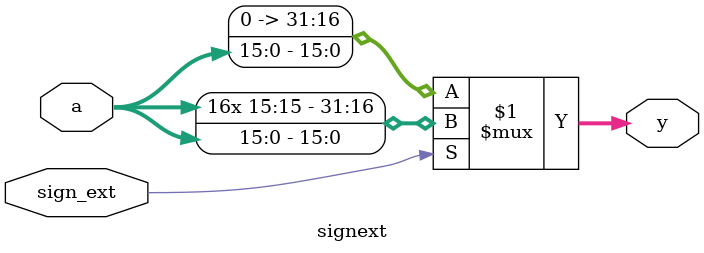
<source format=v>
`timescale 1ns / 1ps


module signext(
	input wire[15:0] a,
	input wire sign_ext,
	output wire[31:0] y
    );

	assign y = sign_ext ? {{16{a[15]}},a} : {16'b0, a[15:0]};
endmodule

</source>
